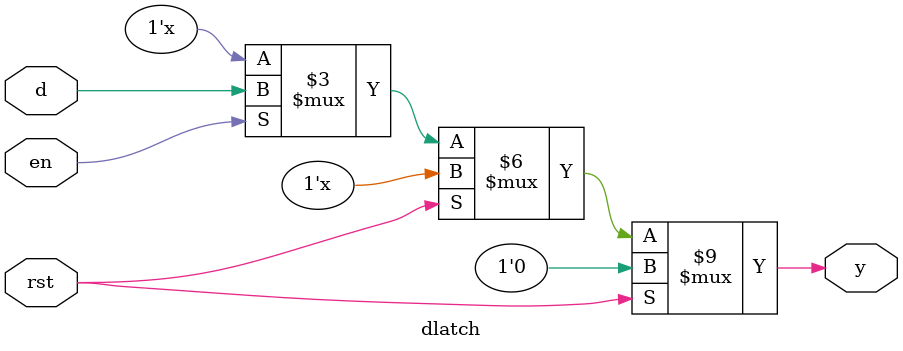
<source format=v>
module dlatch(input d,rst,en,
	      output reg y);

      always@(*) begin		
	      if(rst)
		      y=0;
	      else if(en)
		      y=d;
        else
          y=y;
      end
endmodule

</source>
